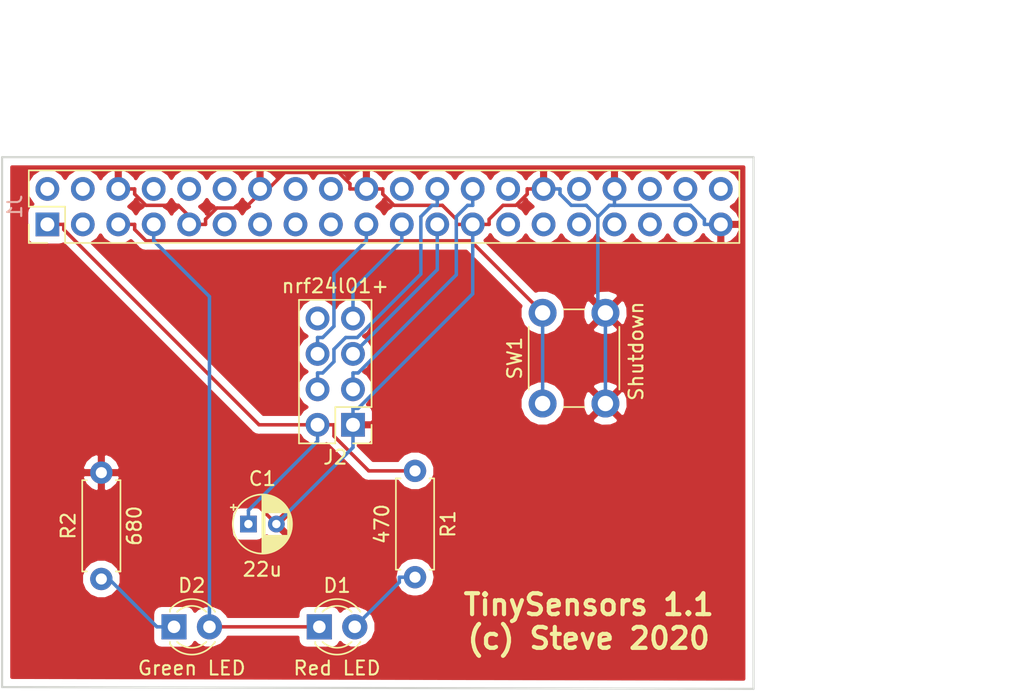
<source format=kicad_pcb>
(kicad_pcb (version 20171130) (host pcbnew 5.0.2+dfsg1-1~bpo9+1)

  (general
    (thickness 1.6)
    (drawings 7)
    (tracks 112)
    (zones 0)
    (modules 8)
    (nets 37)
  )

  (page A4)
  (layers
    (0 F.Cu signal)
    (31 B.Cu signal)
    (32 B.Adhes user)
    (33 F.Adhes user)
    (34 B.Paste user)
    (35 F.Paste user)
    (36 B.SilkS user)
    (37 F.SilkS user)
    (38 B.Mask user)
    (39 F.Mask user)
    (40 Dwgs.User user)
    (41 Cmts.User user)
    (42 Eco1.User user)
    (43 Eco2.User user)
    (44 Edge.Cuts user)
    (45 Margin user)
    (46 B.CrtYd user)
    (47 F.CrtYd user)
    (48 B.Fab user)
    (49 F.Fab user)
  )

  (setup
    (last_trace_width 0.25)
    (trace_clearance 0.2)
    (zone_clearance 0.508)
    (zone_45_only no)
    (trace_min 0.2)
    (segment_width 0.2)
    (edge_width 0.15)
    (via_size 0.8)
    (via_drill 0.4)
    (via_min_size 0.4)
    (via_min_drill 0.3)
    (uvia_size 0.3)
    (uvia_drill 0.1)
    (uvias_allowed no)
    (uvia_min_size 0.2)
    (uvia_min_drill 0.1)
    (pcb_text_width 0.3)
    (pcb_text_size 1.5 1.5)
    (mod_edge_width 0.15)
    (mod_text_size 1 1)
    (mod_text_width 0.15)
    (pad_size 1.524 1.524)
    (pad_drill 0.762)
    (pad_to_mask_clearance 0.051)
    (solder_mask_min_width 0.25)
    (aux_axis_origin 0 0)
    (visible_elements FFFFFF7F)
    (pcbplotparams
      (layerselection 0x010f0_ffffffff)
      (usegerberextensions true)
      (usegerberattributes false)
      (usegerberadvancedattributes false)
      (creategerberjobfile false)
      (excludeedgelayer true)
      (linewidth 0.100000)
      (plotframeref false)
      (viasonmask false)
      (mode 1)
      (useauxorigin false)
      (hpglpennumber 1)
      (hpglpenspeed 20)
      (hpglpendiameter 15.000000)
      (psnegative false)
      (psa4output false)
      (plotreference true)
      (plotvalue true)
      (plotinvisibletext false)
      (padsonsilk false)
      (subtractmaskfromsilk false)
      (outputformat 1)
      (mirror false)
      (drillshape 0)
      (scaleselection 1)
      (outputdirectory "gerbers"))
  )

  (net 0 "")
  (net 1 +3V3)
  (net 2 GND)
  (net 3 "Net-(D2-Pad1)")
  (net 4 /GPIO4)
  (net 5 "Net-(J1-Pad2)")
  (net 6 "Net-(J1-Pad3)")
  (net 7 "Net-(J1-Pad4)")
  (net 8 /GPIO3)
  (net 9 "Net-(J1-Pad8)")
  (net 10 "Net-(J1-Pad10)")
  (net 11 "Net-(J1-Pad11)")
  (net 12 "Net-(J1-Pad12)")
  (net 13 "Net-(J1-Pad13)")
  (net 14 "Net-(J1-Pad15)")
  (net 15 "Net-(J1-Pad16)")
  (net 16 "Net-(J1-Pad17)")
  (net 17 "Net-(J1-Pad18)")
  (net 18 /MOSI)
  (net 19 /MISO)
  (net 20 "Net-(J1-Pad22)")
  (net 21 /SCLK)
  (net 22 /SPI_0)
  (net 23 /SPI_1)
  (net 24 "Net-(J1-Pad27)")
  (net 25 "Net-(J1-Pad28)")
  (net 26 "Net-(J1-Pad29)")
  (net 27 "Net-(J1-Pad31)")
  (net 28 "Net-(J1-Pad32)")
  (net 29 "Net-(J1-Pad33)")
  (net 30 "Net-(J1-Pad35)")
  (net 31 "Net-(J1-Pad36)")
  (net 32 "Net-(J1-Pad37)")
  (net 33 "Net-(J1-Pad38)")
  (net 34 "Net-(J1-Pad40)")
  (net 35 "Net-(J2-Pad8)")
  (net 36 "Net-(D1-Pad2)")

  (net_class Default "This is the default net class."
    (clearance 0.2)
    (trace_width 0.25)
    (via_dia 0.8)
    (via_drill 0.4)
    (uvia_dia 0.3)
    (uvia_drill 0.1)
    (add_net +3V3)
    (add_net /GPIO3)
    (add_net /GPIO4)
    (add_net /MISO)
    (add_net /MOSI)
    (add_net /SCLK)
    (add_net /SPI_0)
    (add_net /SPI_1)
    (add_net GND)
    (add_net "Net-(D1-Pad2)")
    (add_net "Net-(D2-Pad1)")
    (add_net "Net-(J1-Pad10)")
    (add_net "Net-(J1-Pad11)")
    (add_net "Net-(J1-Pad12)")
    (add_net "Net-(J1-Pad13)")
    (add_net "Net-(J1-Pad15)")
    (add_net "Net-(J1-Pad16)")
    (add_net "Net-(J1-Pad17)")
    (add_net "Net-(J1-Pad18)")
    (add_net "Net-(J1-Pad2)")
    (add_net "Net-(J1-Pad22)")
    (add_net "Net-(J1-Pad27)")
    (add_net "Net-(J1-Pad28)")
    (add_net "Net-(J1-Pad29)")
    (add_net "Net-(J1-Pad3)")
    (add_net "Net-(J1-Pad31)")
    (add_net "Net-(J1-Pad32)")
    (add_net "Net-(J1-Pad33)")
    (add_net "Net-(J1-Pad35)")
    (add_net "Net-(J1-Pad36)")
    (add_net "Net-(J1-Pad37)")
    (add_net "Net-(J1-Pad38)")
    (add_net "Net-(J1-Pad4)")
    (add_net "Net-(J1-Pad40)")
    (add_net "Net-(J1-Pad8)")
    (add_net "Net-(J2-Pad8)")
  )

  (module Button_Switch_THT:SW_PUSH_6mm_H7.3mm (layer F.Cu) (tedit 5F3A75AE) (tstamp 5EE1E924)
    (at 111.506 95.504 90)
    (descr "tactile push button, 6x6mm e.g. PHAP33xx series, height=7.3mm")
    (tags "tact sw push 6mm")
    (path /5EDF4D88)
    (fp_text reference SW1 (at 3.25 -2 90) (layer F.SilkS)
      (effects (font (size 1 1) (thickness 0.15)))
    )
    (fp_text value Shutdown (at 3.75 6.7 90) (layer F.SilkS)
      (effects (font (size 1 1) (thickness 0.15)))
    )
    (fp_text user %R (at 3.25 2.25 90) (layer F.Fab)
      (effects (font (size 1 1) (thickness 0.15)))
    )
    (fp_line (start 3.25 -0.75) (end 6.25 -0.75) (layer F.Fab) (width 0.1))
    (fp_line (start 6.25 -0.75) (end 6.25 5.25) (layer F.Fab) (width 0.1))
    (fp_line (start 6.25 5.25) (end 0.25 5.25) (layer F.Fab) (width 0.1))
    (fp_line (start 0.25 5.25) (end 0.25 -0.75) (layer F.Fab) (width 0.1))
    (fp_line (start 0.25 -0.75) (end 3.25 -0.75) (layer F.Fab) (width 0.1))
    (fp_line (start 7.75 6) (end 8 6) (layer F.CrtYd) (width 0.05))
    (fp_line (start 8 6) (end 8 5.75) (layer F.CrtYd) (width 0.05))
    (fp_line (start 7.75 -1.5) (end 8 -1.5) (layer F.CrtYd) (width 0.05))
    (fp_line (start 8 -1.5) (end 8 -1.25) (layer F.CrtYd) (width 0.05))
    (fp_line (start -1.5 -1.25) (end -1.5 -1.5) (layer F.CrtYd) (width 0.05))
    (fp_line (start -1.5 -1.5) (end -1.25 -1.5) (layer F.CrtYd) (width 0.05))
    (fp_line (start -1.5 5.75) (end -1.5 6) (layer F.CrtYd) (width 0.05))
    (fp_line (start -1.5 6) (end -1.25 6) (layer F.CrtYd) (width 0.05))
    (fp_line (start -1.25 -1.5) (end 7.75 -1.5) (layer F.CrtYd) (width 0.05))
    (fp_line (start -1.5 5.75) (end -1.5 -1.25) (layer F.CrtYd) (width 0.05))
    (fp_line (start 7.75 6) (end -1.25 6) (layer F.CrtYd) (width 0.05))
    (fp_line (start 8 -1.25) (end 8 5.75) (layer F.CrtYd) (width 0.05))
    (fp_line (start 1 5.5) (end 5.5 5.5) (layer F.SilkS) (width 0.12))
    (fp_line (start -0.25 1.5) (end -0.25 3) (layer F.SilkS) (width 0.12))
    (fp_line (start 5.5 -1) (end 1 -1) (layer F.SilkS) (width 0.12))
    (fp_line (start 6.75 3) (end 6.75 1.5) (layer F.SilkS) (width 0.12))
    (fp_circle (center 3.25 2.25) (end 1.25 2.5) (layer F.Fab) (width 0.1))
    (pad 2 thru_hole circle (at 0 4.5 180) (size 2 2) (drill 1.1) (layers *.Cu *.Mask)
      (net 2 GND))
    (pad 1 thru_hole circle (at 0 0 180) (size 2 2) (drill 1.1) (layers *.Cu *.Mask)
      (net 8 /GPIO3))
    (pad 2 thru_hole circle (at 6.5 4.5 180) (size 2 2) (drill 1.1) (layers *.Cu *.Mask)
      (net 2 GND))
    (pad 1 thru_hole circle (at 6.5 0 180) (size 2 2) (drill 1.1) (layers *.Cu *.Mask)
      (net 8 /GPIO3))
    (model ${KISYS3DMOD}/Button_Switch_THT.3dshapes/SW_PUSH_6mm_H7.3mm.wrl
      (at (xyz 0 0 0))
      (scale (xyz 1 1 1))
      (rotate (xyz 0 0 0))
    )
  )

  (module Capacitor_THT:CP_Radial_D4.0mm_P2.00mm (layer F.Cu) (tedit 5F3A75DA) (tstamp 5EE1E905)
    (at 90.424 104.14)
    (descr "CP, Radial series, Radial, pin pitch=2.00mm, , diameter=4mm, Electrolytic Capacitor")
    (tags "CP Radial series Radial pin pitch 2.00mm  diameter 4mm Electrolytic Capacitor")
    (path /5EDF6967)
    (fp_text reference C1 (at 1 -3.25) (layer F.SilkS)
      (effects (font (size 1 1) (thickness 0.15)))
    )
    (fp_text value 22u (at 1 3.25) (layer F.SilkS)
      (effects (font (size 1 1) (thickness 0.15)))
    )
    (fp_circle (center 1 0) (end 3 0) (layer F.Fab) (width 0.1))
    (fp_circle (center 1 0) (end 3.12 0) (layer F.SilkS) (width 0.12))
    (fp_circle (center 1 0) (end 3.25 0) (layer F.CrtYd) (width 0.05))
    (fp_line (start -0.702554 -0.8675) (end -0.302554 -0.8675) (layer F.Fab) (width 0.1))
    (fp_line (start -0.502554 -1.0675) (end -0.502554 -0.6675) (layer F.Fab) (width 0.1))
    (fp_line (start 1 -2.08) (end 1 2.08) (layer F.SilkS) (width 0.12))
    (fp_line (start 1.04 -2.08) (end 1.04 2.08) (layer F.SilkS) (width 0.12))
    (fp_line (start 1.08 -2.079) (end 1.08 2.079) (layer F.SilkS) (width 0.12))
    (fp_line (start 1.12 -2.077) (end 1.12 2.077) (layer F.SilkS) (width 0.12))
    (fp_line (start 1.16 -2.074) (end 1.16 2.074) (layer F.SilkS) (width 0.12))
    (fp_line (start 1.2 -2.071) (end 1.2 -0.84) (layer F.SilkS) (width 0.12))
    (fp_line (start 1.2 0.84) (end 1.2 2.071) (layer F.SilkS) (width 0.12))
    (fp_line (start 1.24 -2.067) (end 1.24 -0.84) (layer F.SilkS) (width 0.12))
    (fp_line (start 1.24 0.84) (end 1.24 2.067) (layer F.SilkS) (width 0.12))
    (fp_line (start 1.28 -2.062) (end 1.28 -0.84) (layer F.SilkS) (width 0.12))
    (fp_line (start 1.28 0.84) (end 1.28 2.062) (layer F.SilkS) (width 0.12))
    (fp_line (start 1.32 -2.056) (end 1.32 -0.84) (layer F.SilkS) (width 0.12))
    (fp_line (start 1.32 0.84) (end 1.32 2.056) (layer F.SilkS) (width 0.12))
    (fp_line (start 1.36 -2.05) (end 1.36 -0.84) (layer F.SilkS) (width 0.12))
    (fp_line (start 1.36 0.84) (end 1.36 2.05) (layer F.SilkS) (width 0.12))
    (fp_line (start 1.4 -2.042) (end 1.4 -0.84) (layer F.SilkS) (width 0.12))
    (fp_line (start 1.4 0.84) (end 1.4 2.042) (layer F.SilkS) (width 0.12))
    (fp_line (start 1.44 -2.034) (end 1.44 -0.84) (layer F.SilkS) (width 0.12))
    (fp_line (start 1.44 0.84) (end 1.44 2.034) (layer F.SilkS) (width 0.12))
    (fp_line (start 1.48 -2.025) (end 1.48 -0.84) (layer F.SilkS) (width 0.12))
    (fp_line (start 1.48 0.84) (end 1.48 2.025) (layer F.SilkS) (width 0.12))
    (fp_line (start 1.52 -2.016) (end 1.52 -0.84) (layer F.SilkS) (width 0.12))
    (fp_line (start 1.52 0.84) (end 1.52 2.016) (layer F.SilkS) (width 0.12))
    (fp_line (start 1.56 -2.005) (end 1.56 -0.84) (layer F.SilkS) (width 0.12))
    (fp_line (start 1.56 0.84) (end 1.56 2.005) (layer F.SilkS) (width 0.12))
    (fp_line (start 1.6 -1.994) (end 1.6 -0.84) (layer F.SilkS) (width 0.12))
    (fp_line (start 1.6 0.84) (end 1.6 1.994) (layer F.SilkS) (width 0.12))
    (fp_line (start 1.64 -1.982) (end 1.64 -0.84) (layer F.SilkS) (width 0.12))
    (fp_line (start 1.64 0.84) (end 1.64 1.982) (layer F.SilkS) (width 0.12))
    (fp_line (start 1.68 -1.968) (end 1.68 -0.84) (layer F.SilkS) (width 0.12))
    (fp_line (start 1.68 0.84) (end 1.68 1.968) (layer F.SilkS) (width 0.12))
    (fp_line (start 1.721 -1.954) (end 1.721 -0.84) (layer F.SilkS) (width 0.12))
    (fp_line (start 1.721 0.84) (end 1.721 1.954) (layer F.SilkS) (width 0.12))
    (fp_line (start 1.761 -1.94) (end 1.761 -0.84) (layer F.SilkS) (width 0.12))
    (fp_line (start 1.761 0.84) (end 1.761 1.94) (layer F.SilkS) (width 0.12))
    (fp_line (start 1.801 -1.924) (end 1.801 -0.84) (layer F.SilkS) (width 0.12))
    (fp_line (start 1.801 0.84) (end 1.801 1.924) (layer F.SilkS) (width 0.12))
    (fp_line (start 1.841 -1.907) (end 1.841 -0.84) (layer F.SilkS) (width 0.12))
    (fp_line (start 1.841 0.84) (end 1.841 1.907) (layer F.SilkS) (width 0.12))
    (fp_line (start 1.881 -1.889) (end 1.881 -0.84) (layer F.SilkS) (width 0.12))
    (fp_line (start 1.881 0.84) (end 1.881 1.889) (layer F.SilkS) (width 0.12))
    (fp_line (start 1.921 -1.87) (end 1.921 -0.84) (layer F.SilkS) (width 0.12))
    (fp_line (start 1.921 0.84) (end 1.921 1.87) (layer F.SilkS) (width 0.12))
    (fp_line (start 1.961 -1.851) (end 1.961 -0.84) (layer F.SilkS) (width 0.12))
    (fp_line (start 1.961 0.84) (end 1.961 1.851) (layer F.SilkS) (width 0.12))
    (fp_line (start 2.001 -1.83) (end 2.001 -0.84) (layer F.SilkS) (width 0.12))
    (fp_line (start 2.001 0.84) (end 2.001 1.83) (layer F.SilkS) (width 0.12))
    (fp_line (start 2.041 -1.808) (end 2.041 -0.84) (layer F.SilkS) (width 0.12))
    (fp_line (start 2.041 0.84) (end 2.041 1.808) (layer F.SilkS) (width 0.12))
    (fp_line (start 2.081 -1.785) (end 2.081 -0.84) (layer F.SilkS) (width 0.12))
    (fp_line (start 2.081 0.84) (end 2.081 1.785) (layer F.SilkS) (width 0.12))
    (fp_line (start 2.121 -1.76) (end 2.121 -0.84) (layer F.SilkS) (width 0.12))
    (fp_line (start 2.121 0.84) (end 2.121 1.76) (layer F.SilkS) (width 0.12))
    (fp_line (start 2.161 -1.735) (end 2.161 -0.84) (layer F.SilkS) (width 0.12))
    (fp_line (start 2.161 0.84) (end 2.161 1.735) (layer F.SilkS) (width 0.12))
    (fp_line (start 2.201 -1.708) (end 2.201 -0.84) (layer F.SilkS) (width 0.12))
    (fp_line (start 2.201 0.84) (end 2.201 1.708) (layer F.SilkS) (width 0.12))
    (fp_line (start 2.241 -1.68) (end 2.241 -0.84) (layer F.SilkS) (width 0.12))
    (fp_line (start 2.241 0.84) (end 2.241 1.68) (layer F.SilkS) (width 0.12))
    (fp_line (start 2.281 -1.65) (end 2.281 -0.84) (layer F.SilkS) (width 0.12))
    (fp_line (start 2.281 0.84) (end 2.281 1.65) (layer F.SilkS) (width 0.12))
    (fp_line (start 2.321 -1.619) (end 2.321 -0.84) (layer F.SilkS) (width 0.12))
    (fp_line (start 2.321 0.84) (end 2.321 1.619) (layer F.SilkS) (width 0.12))
    (fp_line (start 2.361 -1.587) (end 2.361 -0.84) (layer F.SilkS) (width 0.12))
    (fp_line (start 2.361 0.84) (end 2.361 1.587) (layer F.SilkS) (width 0.12))
    (fp_line (start 2.401 -1.552) (end 2.401 -0.84) (layer F.SilkS) (width 0.12))
    (fp_line (start 2.401 0.84) (end 2.401 1.552) (layer F.SilkS) (width 0.12))
    (fp_line (start 2.441 -1.516) (end 2.441 -0.84) (layer F.SilkS) (width 0.12))
    (fp_line (start 2.441 0.84) (end 2.441 1.516) (layer F.SilkS) (width 0.12))
    (fp_line (start 2.481 -1.478) (end 2.481 -0.84) (layer F.SilkS) (width 0.12))
    (fp_line (start 2.481 0.84) (end 2.481 1.478) (layer F.SilkS) (width 0.12))
    (fp_line (start 2.521 -1.438) (end 2.521 -0.84) (layer F.SilkS) (width 0.12))
    (fp_line (start 2.521 0.84) (end 2.521 1.438) (layer F.SilkS) (width 0.12))
    (fp_line (start 2.561 -1.396) (end 2.561 -0.84) (layer F.SilkS) (width 0.12))
    (fp_line (start 2.561 0.84) (end 2.561 1.396) (layer F.SilkS) (width 0.12))
    (fp_line (start 2.601 -1.351) (end 2.601 -0.84) (layer F.SilkS) (width 0.12))
    (fp_line (start 2.601 0.84) (end 2.601 1.351) (layer F.SilkS) (width 0.12))
    (fp_line (start 2.641 -1.304) (end 2.641 -0.84) (layer F.SilkS) (width 0.12))
    (fp_line (start 2.641 0.84) (end 2.641 1.304) (layer F.SilkS) (width 0.12))
    (fp_line (start 2.681 -1.254) (end 2.681 -0.84) (layer F.SilkS) (width 0.12))
    (fp_line (start 2.681 0.84) (end 2.681 1.254) (layer F.SilkS) (width 0.12))
    (fp_line (start 2.721 -1.2) (end 2.721 -0.84) (layer F.SilkS) (width 0.12))
    (fp_line (start 2.721 0.84) (end 2.721 1.2) (layer F.SilkS) (width 0.12))
    (fp_line (start 2.761 -1.142) (end 2.761 -0.84) (layer F.SilkS) (width 0.12))
    (fp_line (start 2.761 0.84) (end 2.761 1.142) (layer F.SilkS) (width 0.12))
    (fp_line (start 2.801 -1.08) (end 2.801 -0.84) (layer F.SilkS) (width 0.12))
    (fp_line (start 2.801 0.84) (end 2.801 1.08) (layer F.SilkS) (width 0.12))
    (fp_line (start 2.841 -1.013) (end 2.841 1.013) (layer F.SilkS) (width 0.12))
    (fp_line (start 2.881 -0.94) (end 2.881 0.94) (layer F.SilkS) (width 0.12))
    (fp_line (start 2.921 -0.859) (end 2.921 0.859) (layer F.SilkS) (width 0.12))
    (fp_line (start 2.961 -0.768) (end 2.961 0.768) (layer F.SilkS) (width 0.12))
    (fp_line (start 3.001 -0.664) (end 3.001 0.664) (layer F.SilkS) (width 0.12))
    (fp_line (start 3.041 -0.537) (end 3.041 0.537) (layer F.SilkS) (width 0.12))
    (fp_line (start 3.081 -0.37) (end 3.081 0.37) (layer F.SilkS) (width 0.12))
    (fp_line (start -1.269801 -1.195) (end -0.869801 -1.195) (layer F.SilkS) (width 0.12))
    (fp_line (start -1.069801 -1.395) (end -1.069801 -0.995) (layer F.SilkS) (width 0.12))
    (fp_text user %R (at 1 0) (layer F.Fab)
      (effects (font (size 0.8 0.8) (thickness 0.12)))
    )
    (pad 1 thru_hole rect (at 0 0) (size 1.2 1.2) (drill 0.6) (layers *.Cu *.Mask)
      (net 1 +3V3))
    (pad 2 thru_hole circle (at 2 0) (size 1.2 1.2) (drill 0.6) (layers *.Cu *.Mask)
      (net 2 GND))
    (model ${KISYS3DMOD}/Capacitor_THT.3dshapes/CP_Radial_D4.0mm_P2.00mm.wrl
      (at (xyz 0 0 0))
      (scale (xyz 1 1 1))
      (rotate (xyz 0 0 0))
    )
  )

  (module Connector_PinHeader_2.54mm:PinHeader_2x04_P2.54mm_Vertical (layer F.Cu) (tedit 5F3A75E3) (tstamp 5EE1EDEB)
    (at 97.917 97.028 180)
    (descr "Through hole straight pin header, 2x04, 2.54mm pitch, double rows")
    (tags "Through hole pin header THT 2x04 2.54mm double row")
    (path /5EDF641E)
    (fp_text reference J2 (at 1.27 -2.33 180) (layer F.SilkS)
      (effects (font (size 1 1) (thickness 0.15)))
    )
    (fp_text value nrf24l01+ (at 1.27 9.95 180) (layer F.SilkS)
      (effects (font (size 1 1) (thickness 0.15)))
    )
    (fp_line (start 0 -1.27) (end 3.81 -1.27) (layer F.Fab) (width 0.1))
    (fp_line (start 3.81 -1.27) (end 3.81 8.89) (layer F.Fab) (width 0.1))
    (fp_line (start 3.81 8.89) (end -1.27 8.89) (layer F.Fab) (width 0.1))
    (fp_line (start -1.27 8.89) (end -1.27 0) (layer F.Fab) (width 0.1))
    (fp_line (start -1.27 0) (end 0 -1.27) (layer F.Fab) (width 0.1))
    (fp_line (start -1.33 8.95) (end 3.87 8.95) (layer F.SilkS) (width 0.12))
    (fp_line (start -1.33 1.27) (end -1.33 8.95) (layer F.SilkS) (width 0.12))
    (fp_line (start 3.87 -1.33) (end 3.87 8.95) (layer F.SilkS) (width 0.12))
    (fp_line (start -1.33 1.27) (end 1.27 1.27) (layer F.SilkS) (width 0.12))
    (fp_line (start 1.27 1.27) (end 1.27 -1.33) (layer F.SilkS) (width 0.12))
    (fp_line (start 1.27 -1.33) (end 3.87 -1.33) (layer F.SilkS) (width 0.12))
    (fp_line (start -1.33 0) (end -1.33 -1.33) (layer F.SilkS) (width 0.12))
    (fp_line (start -1.33 -1.33) (end 0 -1.33) (layer F.SilkS) (width 0.12))
    (fp_line (start -1.8 -1.8) (end -1.8 9.4) (layer F.CrtYd) (width 0.05))
    (fp_line (start -1.8 9.4) (end 4.35 9.4) (layer F.CrtYd) (width 0.05))
    (fp_line (start 4.35 9.4) (end 4.35 -1.8) (layer F.CrtYd) (width 0.05))
    (fp_line (start 4.35 -1.8) (end -1.8 -1.8) (layer F.CrtYd) (width 0.05))
    (fp_text user %R (at 1.27 3.81 270) (layer F.Fab)
      (effects (font (size 1 1) (thickness 0.15)))
    )
    (pad 1 thru_hole rect (at 0 0 180) (size 1.7 1.7) (drill 1) (layers *.Cu *.Mask)
      (net 2 GND))
    (pad 2 thru_hole oval (at 2.54 0 180) (size 1.7 1.7) (drill 1) (layers *.Cu *.Mask)
      (net 1 +3V3))
    (pad 3 thru_hole oval (at 0 2.54 180) (size 1.7 1.7) (drill 1) (layers *.Cu *.Mask)
      (net 23 /SPI_1))
    (pad 4 thru_hole oval (at 2.54 2.54 180) (size 1.7 1.7) (drill 1) (layers *.Cu *.Mask)
      (net 22 /SPI_0))
    (pad 5 thru_hole oval (at 0 5.08 180) (size 1.7 1.7) (drill 1) (layers *.Cu *.Mask)
      (net 21 /SCLK))
    (pad 6 thru_hole oval (at 2.54 5.08 180) (size 1.7 1.7) (drill 1) (layers *.Cu *.Mask)
      (net 18 /MOSI))
    (pad 7 thru_hole oval (at 0 7.62 180) (size 1.7 1.7) (drill 1) (layers *.Cu *.Mask)
      (net 19 /MISO))
    (pad 8 thru_hole oval (at 2.54 7.62 180) (size 1.7 1.7) (drill 1) (layers *.Cu *.Mask)
      (net 35 "Net-(J2-Pad8)"))
    (model ${KISYS3DMOD}/Connector_PinHeader_2.54mm.3dshapes/PinHeader_2x04_P2.54mm_Vertical.wrl
      (at (xyz 0 0 0))
      (scale (xyz 1 1 1))
      (rotate (xyz 0 0 0))
    )
  )

  (module Connector_PinHeader_2.54mm:PinHeader_2x20_P2.54mm_Vertical (layer F.Cu) (tedit 5F3A75F3) (tstamp 5EE1E87B)
    (at 76.0156 82.6669 90)
    (descr "Through hole straight pin header, 2x20, 2.54mm pitch, double rows")
    (tags "Through hole pin header THT 2x20 2.54mm double row")
    (path /5EDF42FA)
    (fp_text reference J1 (at 1.27 -2.33 90) (layer B.SilkS)
      (effects (font (size 1 1) (thickness 0.15)) (justify mirror))
    )
    (fp_text value Raspberry_Pi_2_3 (at 1.27 50.59 90) (layer F.Fab) hide
      (effects (font (size 1 1) (thickness 0.15)))
    )
    (fp_line (start 0 -1.27) (end 3.81 -1.27) (layer F.Fab) (width 0.1))
    (fp_line (start 3.81 -1.27) (end 3.81 49.53) (layer F.Fab) (width 0.1))
    (fp_line (start 3.81 49.53) (end -1.27 49.53) (layer F.Fab) (width 0.1))
    (fp_line (start -1.27 49.53) (end -1.27 0) (layer F.Fab) (width 0.1))
    (fp_line (start -1.27 0) (end 0 -1.27) (layer F.Fab) (width 0.1))
    (fp_line (start -1.33 49.59) (end 3.87 49.59) (layer F.SilkS) (width 0.12))
    (fp_line (start -1.33 1.27) (end -1.33 49.59) (layer F.SilkS) (width 0.12))
    (fp_line (start 3.87 -1.33) (end 3.87 49.59) (layer F.SilkS) (width 0.12))
    (fp_line (start -1.33 1.27) (end 1.27 1.27) (layer F.SilkS) (width 0.12))
    (fp_line (start 1.27 1.27) (end 1.27 -1.33) (layer F.SilkS) (width 0.12))
    (fp_line (start 1.27 -1.33) (end 3.87 -1.33) (layer F.SilkS) (width 0.12))
    (fp_line (start -1.33 0) (end -1.33 -1.33) (layer F.SilkS) (width 0.12))
    (fp_line (start -1.33 -1.33) (end 0 -1.33) (layer F.SilkS) (width 0.12))
    (fp_line (start -1.8 -1.8) (end -1.8 50.05) (layer F.CrtYd) (width 0.05))
    (fp_line (start -1.8 50.05) (end 4.35 50.05) (layer F.CrtYd) (width 0.05))
    (fp_line (start 4.35 50.05) (end 4.35 -1.8) (layer F.CrtYd) (width 0.05))
    (fp_line (start 4.35 -1.8) (end -1.8 -1.8) (layer F.CrtYd) (width 0.05))
    (fp_text user %R (at 1.27 24.13 180) (layer F.Fab)
      (effects (font (size 1 1) (thickness 0.15)))
    )
    (pad 1 thru_hole rect (at 0 0 90) (size 1.7 1.7) (drill 1) (layers *.Cu *.Mask)
      (net 1 +3V3))
    (pad 2 thru_hole oval (at 2.54 0 90) (size 1.7 1.7) (drill 1) (layers *.Cu *.Mask)
      (net 5 "Net-(J1-Pad2)"))
    (pad 3 thru_hole oval (at 0 2.54 90) (size 1.7 1.7) (drill 1) (layers *.Cu *.Mask)
      (net 6 "Net-(J1-Pad3)"))
    (pad 4 thru_hole oval (at 2.54 2.54 90) (size 1.7 1.7) (drill 1) (layers *.Cu *.Mask)
      (net 7 "Net-(J1-Pad4)"))
    (pad 5 thru_hole oval (at 0 5.08 90) (size 1.7 1.7) (drill 1) (layers *.Cu *.Mask)
      (net 8 /GPIO3))
    (pad 6 thru_hole oval (at 2.54 5.08 90) (size 1.7 1.7) (drill 1) (layers *.Cu *.Mask)
      (net 2 GND))
    (pad 7 thru_hole oval (at 0 7.62 90) (size 1.7 1.7) (drill 1) (layers *.Cu *.Mask)
      (net 4 /GPIO4))
    (pad 8 thru_hole oval (at 2.54 7.62 90) (size 1.7 1.7) (drill 1) (layers *.Cu *.Mask)
      (net 9 "Net-(J1-Pad8)"))
    (pad 9 thru_hole oval (at 0 10.16 90) (size 1.7 1.7) (drill 1) (layers *.Cu *.Mask)
      (net 2 GND))
    (pad 10 thru_hole oval (at 2.54 10.16 90) (size 1.7 1.7) (drill 1) (layers *.Cu *.Mask)
      (net 10 "Net-(J1-Pad10)"))
    (pad 11 thru_hole oval (at 0 12.7 90) (size 1.7 1.7) (drill 1) (layers *.Cu *.Mask)
      (net 11 "Net-(J1-Pad11)"))
    (pad 12 thru_hole oval (at 2.54 12.7 90) (size 1.7 1.7) (drill 1) (layers *.Cu *.Mask)
      (net 12 "Net-(J1-Pad12)"))
    (pad 13 thru_hole oval (at 0 15.24 90) (size 1.7 1.7) (drill 1) (layers *.Cu *.Mask)
      (net 13 "Net-(J1-Pad13)"))
    (pad 14 thru_hole oval (at 2.54 15.24 90) (size 1.7 1.7) (drill 1) (layers *.Cu *.Mask)
      (net 2 GND))
    (pad 15 thru_hole oval (at 0 17.78 90) (size 1.7 1.7) (drill 1) (layers *.Cu *.Mask)
      (net 14 "Net-(J1-Pad15)"))
    (pad 16 thru_hole oval (at 2.54 17.78 90) (size 1.7 1.7) (drill 1) (layers *.Cu *.Mask)
      (net 15 "Net-(J1-Pad16)"))
    (pad 17 thru_hole oval (at 0 20.32 90) (size 1.7 1.7) (drill 1) (layers *.Cu *.Mask)
      (net 16 "Net-(J1-Pad17)"))
    (pad 18 thru_hole oval (at 2.54 20.32 90) (size 1.7 1.7) (drill 1) (layers *.Cu *.Mask)
      (net 17 "Net-(J1-Pad18)"))
    (pad 19 thru_hole oval (at 0 22.86 90) (size 1.7 1.7) (drill 1) (layers *.Cu *.Mask)
      (net 18 /MOSI))
    (pad 20 thru_hole oval (at 2.54 22.86 90) (size 1.7 1.7) (drill 1) (layers *.Cu *.Mask)
      (net 2 GND))
    (pad 21 thru_hole oval (at 0 25.4 90) (size 1.7 1.7) (drill 1) (layers *.Cu *.Mask)
      (net 19 /MISO))
    (pad 22 thru_hole oval (at 2.54 25.4 90) (size 1.7 1.7) (drill 1) (layers *.Cu *.Mask)
      (net 20 "Net-(J1-Pad22)"))
    (pad 23 thru_hole oval (at 0 27.94 90) (size 1.7 1.7) (drill 1) (layers *.Cu *.Mask)
      (net 21 /SCLK))
    (pad 24 thru_hole oval (at 2.54 27.94 90) (size 1.7 1.7) (drill 1) (layers *.Cu *.Mask)
      (net 22 /SPI_0))
    (pad 25 thru_hole oval (at 0 30.48 90) (size 1.7 1.7) (drill 1) (layers *.Cu *.Mask)
      (net 2 GND))
    (pad 26 thru_hole oval (at 2.54 30.48 90) (size 1.7 1.7) (drill 1) (layers *.Cu *.Mask)
      (net 23 /SPI_1))
    (pad 27 thru_hole oval (at 0 33.02 90) (size 1.7 1.7) (drill 1) (layers *.Cu *.Mask)
      (net 24 "Net-(J1-Pad27)"))
    (pad 28 thru_hole oval (at 2.54 33.02 90) (size 1.7 1.7) (drill 1) (layers *.Cu *.Mask)
      (net 25 "Net-(J1-Pad28)"))
    (pad 29 thru_hole oval (at 0 35.56 90) (size 1.7 1.7) (drill 1) (layers *.Cu *.Mask)
      (net 26 "Net-(J1-Pad29)"))
    (pad 30 thru_hole oval (at 2.54 35.56 90) (size 1.7 1.7) (drill 1) (layers *.Cu *.Mask)
      (net 2 GND))
    (pad 31 thru_hole oval (at 0 38.1 90) (size 1.7 1.7) (drill 1) (layers *.Cu *.Mask)
      (net 27 "Net-(J1-Pad31)"))
    (pad 32 thru_hole oval (at 2.54 38.1 90) (size 1.7 1.7) (drill 1) (layers *.Cu *.Mask)
      (net 28 "Net-(J1-Pad32)"))
    (pad 33 thru_hole oval (at 0 40.64 90) (size 1.7 1.7) (drill 1) (layers *.Cu *.Mask)
      (net 29 "Net-(J1-Pad33)"))
    (pad 34 thru_hole oval (at 2.54 40.64 90) (size 1.7 1.7) (drill 1) (layers *.Cu *.Mask)
      (net 2 GND))
    (pad 35 thru_hole oval (at 0 43.18 90) (size 1.7 1.7) (drill 1) (layers *.Cu *.Mask)
      (net 30 "Net-(J1-Pad35)"))
    (pad 36 thru_hole oval (at 2.54 43.18 90) (size 1.7 1.7) (drill 1) (layers *.Cu *.Mask)
      (net 31 "Net-(J1-Pad36)"))
    (pad 37 thru_hole oval (at 0 45.72 90) (size 1.7 1.7) (drill 1) (layers *.Cu *.Mask)
      (net 32 "Net-(J1-Pad37)"))
    (pad 38 thru_hole oval (at 2.54 45.72 90) (size 1.7 1.7) (drill 1) (layers *.Cu *.Mask)
      (net 33 "Net-(J1-Pad38)"))
    (pad 39 thru_hole oval (at 0 48.26 90) (size 1.7 1.7) (drill 1) (layers *.Cu *.Mask)
      (net 2 GND))
    (pad 40 thru_hole oval (at 2.54 48.26 90) (size 1.7 1.7) (drill 1) (layers *.Cu *.Mask)
      (net 34 "Net-(J1-Pad40)"))
    (model ${KISYS3DMOD}/Connector_PinHeader_2.54mm.3dshapes/PinHeader_2x20_P2.54mm_Vertical.wrl
      (at (xyz 0 0 0))
      (scale (xyz 1 1 1))
      (rotate (xyz 0 0 0))
    )
  )

  (module LED_THT:LED_D3.0mm (layer F.Cu) (tedit 5F3A75C9) (tstamp 5EE1F689)
    (at 85.09 111.506)
    (descr "LED, diameter 3.0mm, 2 pins")
    (tags "LED diameter 3.0mm 2 pins")
    (path /5EDF458E)
    (fp_text reference D2 (at 1.27 -2.96) (layer F.SilkS)
      (effects (font (size 1 1) (thickness 0.15)))
    )
    (fp_text value "Green LED" (at 1.27 2.96) (layer F.SilkS)
      (effects (font (size 1 1) (thickness 0.15)))
    )
    (fp_line (start 3.7 -2.25) (end -1.15 -2.25) (layer F.CrtYd) (width 0.05))
    (fp_line (start 3.7 2.25) (end 3.7 -2.25) (layer F.CrtYd) (width 0.05))
    (fp_line (start -1.15 2.25) (end 3.7 2.25) (layer F.CrtYd) (width 0.05))
    (fp_line (start -1.15 -2.25) (end -1.15 2.25) (layer F.CrtYd) (width 0.05))
    (fp_line (start -0.29 1.08) (end -0.29 1.236) (layer F.SilkS) (width 0.12))
    (fp_line (start -0.29 -1.236) (end -0.29 -1.08) (layer F.SilkS) (width 0.12))
    (fp_line (start -0.23 -1.16619) (end -0.23 1.16619) (layer F.Fab) (width 0.1))
    (fp_circle (center 1.27 0) (end 2.77 0) (layer F.Fab) (width 0.1))
    (fp_arc (start 1.27 0) (end 0.229039 1.08) (angle -87.9) (layer F.SilkS) (width 0.12))
    (fp_arc (start 1.27 0) (end 0.229039 -1.08) (angle 87.9) (layer F.SilkS) (width 0.12))
    (fp_arc (start 1.27 0) (end -0.29 1.235516) (angle -108.8) (layer F.SilkS) (width 0.12))
    (fp_arc (start 1.27 0) (end -0.29 -1.235516) (angle 108.8) (layer F.SilkS) (width 0.12))
    (fp_arc (start 1.27 0) (end -0.23 -1.16619) (angle 284.3) (layer F.Fab) (width 0.1))
    (pad 2 thru_hole circle (at 2.54 0) (size 1.8 1.8) (drill 0.9) (layers *.Cu *.Mask)
      (net 4 /GPIO4))
    (pad 1 thru_hole rect (at 0 0) (size 1.8 1.8) (drill 0.9) (layers *.Cu *.Mask)
      (net 3 "Net-(D2-Pad1)"))
    (model ${KISYS3DMOD}/LED_THT.3dshapes/LED_D3.0mm.wrl
      (at (xyz 0 0 0))
      (scale (xyz 1 1 1))
      (rotate (xyz 0 0 0))
    )
  )

  (module LED_THT:LED_D3.0mm (layer F.Cu) (tedit 5F3A75D1) (tstamp 5EE1E82A)
    (at 95.504 111.506)
    (descr "LED, diameter 3.0mm, 2 pins")
    (tags "LED diameter 3.0mm 2 pins")
    (path /5EDF44F8)
    (fp_text reference D1 (at 1.27 -2.96) (layer F.SilkS)
      (effects (font (size 1 1) (thickness 0.15)))
    )
    (fp_text value "Red LED" (at 1.27 2.96) (layer F.SilkS)
      (effects (font (size 1 1) (thickness 0.15)))
    )
    (fp_arc (start 1.27 0) (end -0.23 -1.16619) (angle 284.3) (layer F.Fab) (width 0.1))
    (fp_arc (start 1.27 0) (end -0.29 -1.235516) (angle 108.8) (layer F.SilkS) (width 0.12))
    (fp_arc (start 1.27 0) (end -0.29 1.235516) (angle -108.8) (layer F.SilkS) (width 0.12))
    (fp_arc (start 1.27 0) (end 0.229039 -1.08) (angle 87.9) (layer F.SilkS) (width 0.12))
    (fp_arc (start 1.27 0) (end 0.229039 1.08) (angle -87.9) (layer F.SilkS) (width 0.12))
    (fp_circle (center 1.27 0) (end 2.77 0) (layer F.Fab) (width 0.1))
    (fp_line (start -0.23 -1.16619) (end -0.23 1.16619) (layer F.Fab) (width 0.1))
    (fp_line (start -0.29 -1.236) (end -0.29 -1.08) (layer F.SilkS) (width 0.12))
    (fp_line (start -0.29 1.08) (end -0.29 1.236) (layer F.SilkS) (width 0.12))
    (fp_line (start -1.15 -2.25) (end -1.15 2.25) (layer F.CrtYd) (width 0.05))
    (fp_line (start -1.15 2.25) (end 3.7 2.25) (layer F.CrtYd) (width 0.05))
    (fp_line (start 3.7 2.25) (end 3.7 -2.25) (layer F.CrtYd) (width 0.05))
    (fp_line (start 3.7 -2.25) (end -1.15 -2.25) (layer F.CrtYd) (width 0.05))
    (pad 1 thru_hole rect (at 0 0) (size 1.8 1.8) (drill 0.9) (layers *.Cu *.Mask)
      (net 4 /GPIO4))
    (pad 2 thru_hole circle (at 2.54 0) (size 1.8 1.8) (drill 0.9) (layers *.Cu *.Mask)
      (net 36 "Net-(D1-Pad2)"))
    (model ${KISYS3DMOD}/LED_THT.3dshapes/LED_D3.0mm.wrl
      (at (xyz 0 0 0))
      (scale (xyz 1 1 1))
      (rotate (xyz 0 0 0))
    )
  )

  (module Resistor_THT:R_Axial_DIN0207_L6.3mm_D2.5mm_P7.62mm_Horizontal (layer F.Cu) (tedit 5F3A75C2) (tstamp 5EE1E817)
    (at 79.883 108.077 90)
    (descr "Resistor, Axial_DIN0207 series, Axial, Horizontal, pin pitch=7.62mm, 0.25W = 1/4W, length*diameter=6.3*2.5mm^2, http://cdn-reichelt.de/documents/datenblatt/B400/1_4W%23YAG.pdf")
    (tags "Resistor Axial_DIN0207 series Axial Horizontal pin pitch 7.62mm 0.25W = 1/4W length 6.3mm diameter 2.5mm")
    (path /5EDF4544)
    (fp_text reference R2 (at 3.81 -2.37 90) (layer F.SilkS)
      (effects (font (size 1 1) (thickness 0.15)))
    )
    (fp_text value 680 (at 3.81 2.37 90) (layer F.SilkS)
      (effects (font (size 1 1) (thickness 0.15)))
    )
    (fp_text user %R (at 3.81 0 90) (layer F.Fab)
      (effects (font (size 1 1) (thickness 0.15)))
    )
    (fp_line (start 8.67 -1.5) (end -1.05 -1.5) (layer F.CrtYd) (width 0.05))
    (fp_line (start 8.67 1.5) (end 8.67 -1.5) (layer F.CrtYd) (width 0.05))
    (fp_line (start -1.05 1.5) (end 8.67 1.5) (layer F.CrtYd) (width 0.05))
    (fp_line (start -1.05 -1.5) (end -1.05 1.5) (layer F.CrtYd) (width 0.05))
    (fp_line (start 7.08 1.37) (end 7.08 1.04) (layer F.SilkS) (width 0.12))
    (fp_line (start 0.54 1.37) (end 7.08 1.37) (layer F.SilkS) (width 0.12))
    (fp_line (start 0.54 1.04) (end 0.54 1.37) (layer F.SilkS) (width 0.12))
    (fp_line (start 7.08 -1.37) (end 7.08 -1.04) (layer F.SilkS) (width 0.12))
    (fp_line (start 0.54 -1.37) (end 7.08 -1.37) (layer F.SilkS) (width 0.12))
    (fp_line (start 0.54 -1.04) (end 0.54 -1.37) (layer F.SilkS) (width 0.12))
    (fp_line (start 7.62 0) (end 6.96 0) (layer F.Fab) (width 0.1))
    (fp_line (start 0 0) (end 0.66 0) (layer F.Fab) (width 0.1))
    (fp_line (start 6.96 -1.25) (end 0.66 -1.25) (layer F.Fab) (width 0.1))
    (fp_line (start 6.96 1.25) (end 6.96 -1.25) (layer F.Fab) (width 0.1))
    (fp_line (start 0.66 1.25) (end 6.96 1.25) (layer F.Fab) (width 0.1))
    (fp_line (start 0.66 -1.25) (end 0.66 1.25) (layer F.Fab) (width 0.1))
    (pad 2 thru_hole oval (at 7.62 0 90) (size 1.6 1.6) (drill 0.8) (layers *.Cu *.Mask)
      (net 2 GND))
    (pad 1 thru_hole circle (at 0 0 90) (size 1.6 1.6) (drill 0.8) (layers *.Cu *.Mask)
      (net 3 "Net-(D2-Pad1)"))
    (model ${KISYS3DMOD}/Resistor_THT.3dshapes/R_Axial_DIN0207_L6.3mm_D2.5mm_P7.62mm_Horizontal.wrl
      (at (xyz 0 0 0))
      (scale (xyz 1 1 1))
      (rotate (xyz 0 0 0))
    )
  )

  (module Resistor_THT:R_Axial_DIN0207_L6.3mm_D2.5mm_P7.62mm_Horizontal (layer F.Cu) (tedit 5F3A75BA) (tstamp 5F3A772D)
    (at 102.362 100.33 270)
    (descr "Resistor, Axial_DIN0207 series, Axial, Horizontal, pin pitch=7.62mm, 0.25W = 1/4W, length*diameter=6.3*2.5mm^2, http://cdn-reichelt.de/documents/datenblatt/B400/1_4W%23YAG.pdf")
    (tags "Resistor Axial_DIN0207 series Axial Horizontal pin pitch 7.62mm 0.25W = 1/4W length 6.3mm diameter 2.5mm")
    (path /5EDF43C8)
    (fp_text reference R1 (at 3.81 -2.37 270) (layer F.SilkS)
      (effects (font (size 1 1) (thickness 0.15)))
    )
    (fp_text value 470 (at 3.81 2.37 270) (layer F.SilkS)
      (effects (font (size 1 1) (thickness 0.15)))
    )
    (fp_line (start 0.66 -1.25) (end 0.66 1.25) (layer F.Fab) (width 0.1))
    (fp_line (start 0.66 1.25) (end 6.96 1.25) (layer F.Fab) (width 0.1))
    (fp_line (start 6.96 1.25) (end 6.96 -1.25) (layer F.Fab) (width 0.1))
    (fp_line (start 6.96 -1.25) (end 0.66 -1.25) (layer F.Fab) (width 0.1))
    (fp_line (start 0 0) (end 0.66 0) (layer F.Fab) (width 0.1))
    (fp_line (start 7.62 0) (end 6.96 0) (layer F.Fab) (width 0.1))
    (fp_line (start 0.54 -1.04) (end 0.54 -1.37) (layer F.SilkS) (width 0.12))
    (fp_line (start 0.54 -1.37) (end 7.08 -1.37) (layer F.SilkS) (width 0.12))
    (fp_line (start 7.08 -1.37) (end 7.08 -1.04) (layer F.SilkS) (width 0.12))
    (fp_line (start 0.54 1.04) (end 0.54 1.37) (layer F.SilkS) (width 0.12))
    (fp_line (start 0.54 1.37) (end 7.08 1.37) (layer F.SilkS) (width 0.12))
    (fp_line (start 7.08 1.37) (end 7.08 1.04) (layer F.SilkS) (width 0.12))
    (fp_line (start -1.05 -1.5) (end -1.05 1.5) (layer F.CrtYd) (width 0.05))
    (fp_line (start -1.05 1.5) (end 8.67 1.5) (layer F.CrtYd) (width 0.05))
    (fp_line (start 8.67 1.5) (end 8.67 -1.5) (layer F.CrtYd) (width 0.05))
    (fp_line (start 8.67 -1.5) (end -1.05 -1.5) (layer F.CrtYd) (width 0.05))
    (fp_text user %R (at 3.81 0 270) (layer F.Fab)
      (effects (font (size 1 1) (thickness 0.15)))
    )
    (pad 1 thru_hole circle (at 0 0 270) (size 1.6 1.6) (drill 0.8) (layers *.Cu *.Mask)
      (net 1 +3V3))
    (pad 2 thru_hole oval (at 7.62 0 270) (size 1.6 1.6) (drill 0.8) (layers *.Cu *.Mask)
      (net 36 "Net-(D1-Pad2)"))
    (model ${KISYS3DMOD}/Resistor_THT.3dshapes/R_Axial_DIN0207_L6.3mm_D2.5mm_P7.62mm_Horizontal.wrl
      (at (xyz 0 0 0))
      (scale (xyz 1 1 1))
      (rotate (xyz 0 0 0))
    )
  )

  (dimension 53.722351 (width 0.3) (layer Dwgs.User)
    (gr_text "53.722 mm" (at 99.691401 67.690476 359.5936538) (layer Dwgs.User)
      (effects (font (size 1.5 1.5) (thickness 0.3)))
    )
    (feature1 (pts (xy 126.492 76.327) (xy 126.541167 69.394517)))
    (feature2 (pts (xy 72.771 75.946) (xy 72.820167 69.013517)))
    (crossbar (pts (xy 72.816008 69.599923) (xy 126.537008 69.980923)))
    (arrow1a (pts (xy 126.537008 69.980923) (xy 125.406374 70.55934)))
    (arrow1b (pts (xy 126.537008 69.980923) (xy 125.414691 69.386528)))
    (arrow2a (pts (xy 72.816008 69.599923) (xy 73.938325 70.194318)))
    (arrow2b (pts (xy 72.816008 69.599923) (xy 73.946642 69.021506)))
  )
  (gr_text "TinySensors 1.1\n(c) Steve 2020" (at 114.808 111.125) (layer F.SilkS)
    (effects (font (size 1.5 1.5) (thickness 0.3)))
  )
  (dimension 38.100212 (width 0.3) (layer Dwgs.User)
    (gr_text "38.100 mm" (at 140.466407 96.86987 270.1909852) (layer Dwgs.User)
      (effects (font (size 1.5 1.5) (thickness 0.3)))
    )
    (feature1 (pts (xy 131.191 115.951) (xy 139.016336 115.924916)))
    (feature2 (pts (xy 131.064 77.851) (xy 138.889336 77.824916)))
    (crossbar (pts (xy 138.302919 77.82687) (xy 138.429919 115.92687)))
    (arrow1a (pts (xy 138.429919 115.92687) (xy 137.839747 114.802327)))
    (arrow1b (pts (xy 138.429919 115.92687) (xy 139.012581 114.798418)))
    (arrow2a (pts (xy 138.302919 77.82687) (xy 137.720257 78.955322)))
    (arrow2b (pts (xy 138.302919 77.82687) (xy 138.893091 78.951413)))
  )
  (gr_line (start 72.771 115.824) (end 72.771 77.851) (layer Edge.Cuts) (width 0.15))
  (gr_line (start 126.619 115.951) (end 72.771 115.824) (layer Edge.Cuts) (width 0.15))
  (gr_line (start 126.619 77.851) (end 126.619 115.951) (layer Edge.Cuts) (width 0.15))
  (gr_line (start 72.771 77.851) (end 126.619 77.851) (layer Edge.Cuts) (width 0.15))

  (segment (start 95.377 97.028) (end 96.5523 97.028) (width 0.25) (layer F.Cu) (net 1))
  (segment (start 102.362 100.33) (end 99.0463 100.33) (width 0.25) (layer F.Cu) (net 1))
  (segment (start 99.0463 100.33) (end 96.5523 97.836) (width 0.25) (layer F.Cu) (net 1))
  (segment (start 96.5523 97.836) (end 96.5523 97.028) (width 0.25) (layer F.Cu) (net 1))
  (segment (start 76.0156 82.6669) (end 77.1909 82.6669) (width 0.25) (layer F.Cu) (net 1))
  (segment (start 95.377 97.028) (end 91.1847 97.028) (width 0.25) (layer F.Cu) (net 1))
  (segment (start 91.1847 97.028) (end 77.1909 83.0342) (width 0.25) (layer F.Cu) (net 1))
  (segment (start 77.1909 83.0342) (end 77.1909 82.6669) (width 0.25) (layer F.Cu) (net 1))
  (segment (start 95.377 97.028) (end 95.377 98.2033) (width 0.25) (layer B.Cu) (net 1))
  (segment (start 95.377 98.2033) (end 90.424 103.1563) (width 0.25) (layer B.Cu) (net 1))
  (segment (start 90.424 103.1563) (end 90.424 104.14) (width 0.25) (layer B.Cu) (net 1))
  (segment (start 98.8756 80.1269) (end 100.0509 80.1269) (width 0.25) (layer F.Cu) (net 2))
  (segment (start 106.4956 82.6669) (end 105.3203 82.6669) (width 0.25) (layer F.Cu) (net 2))
  (segment (start 105.3203 82.6669) (end 105.3203 82.2995) (width 0.25) (layer F.Cu) (net 2))
  (segment (start 105.3203 82.2995) (end 104.323 81.3022) (width 0.25) (layer F.Cu) (net 2))
  (segment (start 104.323 81.3022) (end 100.8588 81.3022) (width 0.25) (layer F.Cu) (net 2))
  (segment (start 100.8588 81.3022) (end 100.0509 80.4943) (width 0.25) (layer F.Cu) (net 2))
  (segment (start 100.0509 80.4943) (end 100.0509 80.1269) (width 0.25) (layer F.Cu) (net 2))
  (segment (start 107.0833 82.6669) (end 106.4956 82.6669) (width 0.25) (layer F.Cu) (net 2))
  (segment (start 107.0833 82.6669) (end 107.6709 82.6669) (width 0.25) (layer F.Cu) (net 2))
  (segment (start 111.5756 80.1269) (end 110.4003 80.1269) (width 0.25) (layer F.Cu) (net 2))
  (segment (start 107.6709 82.6669) (end 107.6709 82.2995) (width 0.25) (layer F.Cu) (net 2))
  (segment (start 107.6709 82.2995) (end 108.6682 81.3022) (width 0.25) (layer F.Cu) (net 2))
  (segment (start 108.6682 81.3022) (end 109.5924 81.3022) (width 0.25) (layer F.Cu) (net 2))
  (segment (start 109.5924 81.3022) (end 110.4003 80.4943) (width 0.25) (layer F.Cu) (net 2))
  (segment (start 110.4003 80.4943) (end 110.4003 80.1269) (width 0.25) (layer F.Cu) (net 2))
  (segment (start 81.0956 80.1269) (end 82.2709 80.1269) (width 0.25) (layer F.Cu) (net 2))
  (segment (start 86.7633 82.6669) (end 85.3986 81.3022) (width 0.25) (layer F.Cu) (net 2))
  (segment (start 85.3986 81.3022) (end 83.0788 81.3022) (width 0.25) (layer F.Cu) (net 2))
  (segment (start 83.0788 81.3022) (end 82.2709 80.4943) (width 0.25) (layer F.Cu) (net 2))
  (segment (start 82.2709 80.4943) (end 82.2709 80.1269) (width 0.25) (layer F.Cu) (net 2))
  (segment (start 86.7633 82.6669) (end 87.3509 82.6669) (width 0.25) (layer F.Cu) (net 2))
  (segment (start 86.1756 82.6669) (end 86.7633 82.6669) (width 0.25) (layer F.Cu) (net 2))
  (segment (start 91.5495 80.1269) (end 90.1848 81.4916) (width 0.25) (layer F.Cu) (net 2))
  (segment (start 90.1848 81.4916) (end 88.1588 81.4916) (width 0.25) (layer F.Cu) (net 2))
  (segment (start 88.1588 81.4916) (end 87.3509 82.2995) (width 0.25) (layer F.Cu) (net 2))
  (segment (start 87.3509 82.2995) (end 87.3509 82.6669) (width 0.25) (layer F.Cu) (net 2))
  (segment (start 91.5495 80.1269) (end 91.8433 80.1269) (width 0.25) (layer F.Cu) (net 2))
  (segment (start 91.2556 80.1269) (end 91.5495 80.1269) (width 0.25) (layer F.Cu) (net 2))
  (segment (start 98.8756 80.1269) (end 97.7003 80.1269) (width 0.25) (layer F.Cu) (net 2))
  (segment (start 97.7003 80.1269) (end 97.7003 79.7596) (width 0.25) (layer F.Cu) (net 2))
  (segment (start 97.7003 79.7596) (end 96.887 78.9463) (width 0.25) (layer F.Cu) (net 2))
  (segment (start 96.887 78.9463) (end 93.0239 78.9463) (width 0.25) (layer F.Cu) (net 2))
  (segment (start 93.0239 78.9463) (end 91.8433 80.1269) (width 0.25) (layer F.Cu) (net 2))
  (segment (start 92.424 104.14) (end 97.917 98.647) (width 0.25) (layer B.Cu) (net 2))
  (segment (start 97.917 98.647) (end 97.917 97.028) (width 0.25) (layer B.Cu) (net 2))
  (segment (start 124.2756 82.6669) (end 123.1003 82.6669) (width 0.25) (layer B.Cu) (net 2))
  (segment (start 116.6556 81.3022) (end 122.1029 81.3022) (width 0.25) (layer B.Cu) (net 2))
  (segment (start 122.1029 81.3022) (end 123.1003 82.2996) (width 0.25) (layer B.Cu) (net 2))
  (segment (start 123.1003 82.2996) (end 123.1003 82.6669) (width 0.25) (layer B.Cu) (net 2))
  (segment (start 115.4631 82.1274) (end 116.2883 81.3022) (width 0.25) (layer B.Cu) (net 2))
  (segment (start 116.2883 81.3022) (end 116.6556 81.3022) (width 0.25) (layer B.Cu) (net 2))
  (segment (start 97.917 97.028) (end 97.917 95.8527) (width 0.25) (layer B.Cu) (net 2))
  (segment (start 97.917 95.8527) (end 98.2843 95.8527) (width 0.25) (layer B.Cu) (net 2))
  (segment (start 98.2843 95.8527) (end 106.4956 87.6414) (width 0.25) (layer B.Cu) (net 2))
  (segment (start 106.4956 87.6414) (end 106.4956 82.6669) (width 0.25) (layer B.Cu) (net 2))
  (segment (start 115.4631 82.1274) (end 115.4631 88.4611) (width 0.25) (layer B.Cu) (net 2))
  (segment (start 115.4631 88.4611) (end 116.006 89.004) (width 0.25) (layer B.Cu) (net 2))
  (segment (start 115.4631 82.1274) (end 114.6379 81.3022) (width 0.25) (layer B.Cu) (net 2))
  (segment (start 114.6379 81.3022) (end 113.5588 81.3022) (width 0.25) (layer B.Cu) (net 2))
  (segment (start 113.5588 81.3022) (end 112.7509 80.4943) (width 0.25) (layer B.Cu) (net 2))
  (segment (start 112.7509 80.4943) (end 112.7509 80.1269) (width 0.25) (layer B.Cu) (net 2))
  (segment (start 111.5756 80.1269) (end 112.7509 80.1269) (width 0.25) (layer B.Cu) (net 2))
  (segment (start 116.006 89.004) (end 116.006 95.504) (width 0.25) (layer B.Cu) (net 2))
  (segment (start 116.6556 80.1269) (end 116.6556 81.3022) (width 0.25) (layer B.Cu) (net 2))
  (segment (start 79.883 100.457) (end 88.741 100.457) (width 0.25) (layer F.Cu) (net 2))
  (segment (start 88.741 100.457) (end 92.424 104.14) (width 0.25) (layer F.Cu) (net 2))
  (segment (start 85.09 111.506) (end 83.8647 111.506) (width 0.25) (layer B.Cu) (net 3))
  (segment (start 79.883 108.077) (end 80.4357 108.077) (width 0.25) (layer B.Cu) (net 3))
  (segment (start 80.4357 108.077) (end 83.8647 111.506) (width 0.25) (layer B.Cu) (net 3))
  (segment (start 83.6356 82.6669) (end 83.6356 83.8422) (width 0.25) (layer B.Cu) (net 4))
  (segment (start 87.63 111.506) (end 87.63 87.8366) (width 0.25) (layer B.Cu) (net 4))
  (segment (start 87.63 87.8366) (end 83.6356 83.8422) (width 0.25) (layer B.Cu) (net 4))
  (segment (start 95.504 111.506) (end 87.63 111.506) (width 0.25) (layer F.Cu) (net 4))
  (segment (start 111.506 89.004) (end 111.506 95.504) (width 0.25) (layer B.Cu) (net 8))
  (segment (start 81.0956 82.6669) (end 82.2709 82.6669) (width 0.25) (layer F.Cu) (net 8))
  (segment (start 82.2709 82.6669) (end 82.2709 83.0343) (width 0.25) (layer F.Cu) (net 8))
  (segment (start 82.2709 83.0343) (end 83.0788 83.8422) (width 0.25) (layer F.Cu) (net 8))
  (segment (start 83.0788 83.8422) (end 106.3442 83.8422) (width 0.25) (layer F.Cu) (net 8))
  (segment (start 106.3442 83.8422) (end 111.506 89.004) (width 0.25) (layer F.Cu) (net 8))
  (segment (start 95.377 91.948) (end 95.377 90.7727) (width 0.25) (layer B.Cu) (net 18))
  (segment (start 98.8756 82.6669) (end 98.8756 83.8422) (width 0.25) (layer B.Cu) (net 18))
  (segment (start 98.8756 83.8422) (end 96.5523 86.1655) (width 0.25) (layer B.Cu) (net 18))
  (segment (start 96.5523 86.1655) (end 96.5523 89.9648) (width 0.25) (layer B.Cu) (net 18))
  (segment (start 96.5523 89.9648) (end 95.7444 90.7727) (width 0.25) (layer B.Cu) (net 18))
  (segment (start 95.7444 90.7727) (end 95.377 90.7727) (width 0.25) (layer B.Cu) (net 18))
  (segment (start 97.917 89.408) (end 97.917 87.3408) (width 0.25) (layer B.Cu) (net 19))
  (segment (start 97.917 87.3408) (end 101.4156 83.8422) (width 0.25) (layer B.Cu) (net 19))
  (segment (start 101.4156 82.6669) (end 101.4156 83.8422) (width 0.25) (layer B.Cu) (net 19))
  (segment (start 103.9556 82.6669) (end 103.9556 85.9094) (width 0.25) (layer B.Cu) (net 21))
  (segment (start 103.9556 85.9094) (end 97.917 91.948) (width 0.25) (layer B.Cu) (net 21))
  (segment (start 103.9556 81.3022) (end 103.5882 81.3022) (width 0.25) (layer B.Cu) (net 22))
  (segment (start 103.5882 81.3022) (end 102.7803 82.1101) (width 0.25) (layer B.Cu) (net 22))
  (segment (start 102.7803 82.1101) (end 102.7803 86.2202) (width 0.25) (layer B.Cu) (net 22))
  (segment (start 102.7803 86.2202) (end 98.2279 90.7726) (width 0.25) (layer B.Cu) (net 22))
  (segment (start 98.2279 90.7726) (end 97.3914 90.7726) (width 0.25) (layer B.Cu) (net 22))
  (segment (start 97.3914 90.7726) (end 96.5523 91.6117) (width 0.25) (layer B.Cu) (net 22))
  (segment (start 96.5523 91.6117) (end 96.5523 92.5048) (width 0.25) (layer B.Cu) (net 22))
  (segment (start 96.5523 92.5048) (end 95.7444 93.3127) (width 0.25) (layer B.Cu) (net 22))
  (segment (start 95.7444 93.3127) (end 95.377 93.3127) (width 0.25) (layer B.Cu) (net 22))
  (segment (start 95.377 94.488) (end 95.377 93.3127) (width 0.25) (layer B.Cu) (net 22))
  (segment (start 103.9556 80.1269) (end 103.9556 81.3022) (width 0.25) (layer B.Cu) (net 22))
  (segment (start 97.917 94.488) (end 97.917 93.3127) (width 0.25) (layer B.Cu) (net 23))
  (segment (start 106.4956 80.1269) (end 106.4956 81.3022) (width 0.25) (layer B.Cu) (net 23))
  (segment (start 106.4956 81.3022) (end 106.1282 81.3022) (width 0.25) (layer B.Cu) (net 23))
  (segment (start 106.1282 81.3022) (end 105.3203 82.1101) (width 0.25) (layer B.Cu) (net 23))
  (segment (start 105.3203 82.1101) (end 105.3203 86.2767) (width 0.25) (layer B.Cu) (net 23))
  (segment (start 105.3203 86.2767) (end 98.2843 93.3127) (width 0.25) (layer B.Cu) (net 23))
  (segment (start 98.2843 93.3127) (end 97.917 93.3127) (width 0.25) (layer B.Cu) (net 23))
  (segment (start 102.362 107.95) (end 101.2367 107.95) (width 0.25) (layer B.Cu) (net 36))
  (segment (start 101.2367 107.95) (end 101.2367 108.3133) (width 0.25) (layer B.Cu) (net 36))
  (segment (start 101.2367 108.3133) (end 98.044 111.506) (width 0.25) (layer B.Cu) (net 36))

  (zone (net 2) (net_name GND) (layer F.Cu) (tstamp 5F3A796D) (hatch edge 0.508)
    (connect_pads (clearance 0.508))
    (min_thickness 0.254)
    (fill yes (arc_segments 16) (thermal_gap 0.508) (thermal_bridge_width 0.508))
    (polygon
      (pts
        (xy 72.771 77.978) (xy 126.365 77.978) (xy 126.365 115.697) (xy 72.898 115.697) (xy 72.644 77.724)
      )
    )
    (filled_polygon
      (pts
        (xy 125.909001 115.239324) (xy 73.481 115.115673) (xy 73.481 110.606) (xy 83.54256 110.606) (xy 83.54256 112.406)
        (xy 83.591843 112.653765) (xy 83.732191 112.863809) (xy 83.942235 113.004157) (xy 84.19 113.05344) (xy 85.99 113.05344)
        (xy 86.237765 113.004157) (xy 86.447809 112.863809) (xy 86.588157 112.653765) (xy 86.591275 112.638092) (xy 86.760493 112.80731)
        (xy 87.32467 113.041) (xy 87.93533 113.041) (xy 88.499507 112.80731) (xy 88.93131 112.375507) (xy 88.976669 112.266)
        (xy 93.95656 112.266) (xy 93.95656 112.406) (xy 94.005843 112.653765) (xy 94.146191 112.863809) (xy 94.356235 113.004157)
        (xy 94.604 113.05344) (xy 96.404 113.05344) (xy 96.651765 113.004157) (xy 96.861809 112.863809) (xy 97.002157 112.653765)
        (xy 97.005275 112.638092) (xy 97.174493 112.80731) (xy 97.73867 113.041) (xy 98.34933 113.041) (xy 98.913507 112.80731)
        (xy 99.34531 112.375507) (xy 99.579 111.81133) (xy 99.579 111.20067) (xy 99.34531 110.636493) (xy 98.913507 110.20469)
        (xy 98.34933 109.971) (xy 97.73867 109.971) (xy 97.174493 110.20469) (xy 97.005275 110.373908) (xy 97.002157 110.358235)
        (xy 96.861809 110.148191) (xy 96.651765 110.007843) (xy 96.404 109.95856) (xy 94.604 109.95856) (xy 94.356235 110.007843)
        (xy 94.146191 110.148191) (xy 94.005843 110.358235) (xy 93.95656 110.606) (xy 93.95656 110.746) (xy 88.976669 110.746)
        (xy 88.93131 110.636493) (xy 88.499507 110.20469) (xy 87.93533 109.971) (xy 87.32467 109.971) (xy 86.760493 110.20469)
        (xy 86.591275 110.373908) (xy 86.588157 110.358235) (xy 86.447809 110.148191) (xy 86.237765 110.007843) (xy 85.99 109.95856)
        (xy 84.19 109.95856) (xy 83.942235 110.007843) (xy 83.732191 110.148191) (xy 83.591843 110.358235) (xy 83.54256 110.606)
        (xy 73.481 110.606) (xy 73.481 107.791561) (xy 78.448 107.791561) (xy 78.448 108.362439) (xy 78.666466 108.889862)
        (xy 79.070138 109.293534) (xy 79.597561 109.512) (xy 80.168439 109.512) (xy 80.695862 109.293534) (xy 81.099534 108.889862)
        (xy 81.318 108.362439) (xy 81.318 107.95) (xy 100.898887 107.95) (xy 101.01026 108.509909) (xy 101.327423 108.984577)
        (xy 101.802091 109.30174) (xy 102.220667 109.385) (xy 102.503333 109.385) (xy 102.921909 109.30174) (xy 103.396577 108.984577)
        (xy 103.71374 108.509909) (xy 103.825113 107.95) (xy 103.71374 107.390091) (xy 103.396577 106.915423) (xy 102.921909 106.59826)
        (xy 102.503333 106.515) (xy 102.220667 106.515) (xy 101.802091 106.59826) (xy 101.327423 106.915423) (xy 101.01026 107.390091)
        (xy 100.898887 107.95) (xy 81.318 107.95) (xy 81.318 107.791561) (xy 81.099534 107.264138) (xy 80.695862 106.860466)
        (xy 80.168439 106.642) (xy 79.597561 106.642) (xy 79.070138 106.860466) (xy 78.666466 107.264138) (xy 78.448 107.791561)
        (xy 73.481 107.791561) (xy 73.481 103.54) (xy 89.17656 103.54) (xy 89.17656 104.74) (xy 89.225843 104.987765)
        (xy 89.366191 105.197809) (xy 89.576235 105.338157) (xy 89.824 105.38744) (xy 91.024 105.38744) (xy 91.271765 105.338157)
        (xy 91.481809 105.197809) (xy 91.57103 105.064282) (xy 91.625178 105.11843) (xy 91.740871 105.002737) (xy 91.790383 105.228164)
        (xy 92.255036 105.387807) (xy 92.745413 105.357482) (xy 93.057617 105.228164) (xy 93.10713 105.002735) (xy 92.424 104.319605)
        (xy 92.409858 104.333748) (xy 92.230253 104.154143) (xy 92.244395 104.14) (xy 92.603605 104.14) (xy 93.286735 104.82313)
        (xy 93.512164 104.773617) (xy 93.671807 104.308964) (xy 93.641482 103.818587) (xy 93.512164 103.506383) (xy 93.286735 103.45687)
        (xy 92.603605 104.14) (xy 92.244395 104.14) (xy 92.230253 104.125858) (xy 92.409858 103.946253) (xy 92.424 103.960395)
        (xy 93.10713 103.277265) (xy 93.057617 103.051836) (xy 92.592964 102.892193) (xy 92.102587 102.922518) (xy 91.790383 103.051836)
        (xy 91.740871 103.277263) (xy 91.625178 103.16157) (xy 91.57103 103.215718) (xy 91.481809 103.082191) (xy 91.271765 102.941843)
        (xy 91.024 102.89256) (xy 89.824 102.89256) (xy 89.576235 102.941843) (xy 89.366191 103.082191) (xy 89.225843 103.292235)
        (xy 89.17656 103.54) (xy 73.481 103.54) (xy 73.481 100.806041) (xy 78.491086 100.806041) (xy 78.730611 101.312134)
        (xy 79.145577 101.688041) (xy 79.533961 101.848904) (xy 79.756 101.726915) (xy 79.756 100.584) (xy 80.01 100.584)
        (xy 80.01 101.726915) (xy 80.232039 101.848904) (xy 80.620423 101.688041) (xy 81.035389 101.312134) (xy 81.274914 100.806041)
        (xy 81.153629 100.584) (xy 80.01 100.584) (xy 79.756 100.584) (xy 78.612371 100.584) (xy 78.491086 100.806041)
        (xy 73.481 100.806041) (xy 73.481 100.107959) (xy 78.491086 100.107959) (xy 78.612371 100.33) (xy 79.756 100.33)
        (xy 79.756 99.187085) (xy 80.01 99.187085) (xy 80.01 100.33) (xy 81.153629 100.33) (xy 81.274914 100.107959)
        (xy 81.035389 99.601866) (xy 80.620423 99.225959) (xy 80.232039 99.065096) (xy 80.01 99.187085) (xy 79.756 99.187085)
        (xy 79.533961 99.065096) (xy 79.145577 99.225959) (xy 78.730611 99.601866) (xy 78.491086 100.107959) (xy 73.481 100.107959)
        (xy 73.481 80.1269) (xy 74.501508 80.1269) (xy 74.616761 80.706318) (xy 74.944975 81.197525) (xy 74.963219 81.209716)
        (xy 74.917835 81.218743) (xy 74.707791 81.359091) (xy 74.567443 81.569135) (xy 74.51816 81.8169) (xy 74.51816 83.5169)
        (xy 74.567443 83.764665) (xy 74.707791 83.974709) (xy 74.917835 84.115057) (xy 75.1656 84.16434) (xy 76.8656 84.16434)
        (xy 77.113365 84.115057) (xy 77.163474 84.081575) (xy 90.594371 97.512473) (xy 90.636771 97.575929) (xy 90.700227 97.618329)
        (xy 90.888162 97.743904) (xy 90.936305 97.75348) (xy 91.109848 97.788) (xy 91.109852 97.788) (xy 91.1847 97.802888)
        (xy 91.259548 97.788) (xy 94.098822 97.788) (xy 94.306375 98.098625) (xy 94.797582 98.426839) (xy 95.230744 98.513)
        (xy 95.523256 98.513) (xy 95.956418 98.426839) (xy 96.012504 98.389363) (xy 96.06783 98.426331) (xy 98.455971 100.814473)
        (xy 98.498371 100.877929) (xy 98.749763 101.045904) (xy 98.971448 101.09) (xy 98.971452 101.09) (xy 99.0463 101.104888)
        (xy 99.121148 101.09) (xy 101.12357 101.09) (xy 101.145466 101.142862) (xy 101.549138 101.546534) (xy 102.076561 101.765)
        (xy 102.647439 101.765) (xy 103.174862 101.546534) (xy 103.578534 101.142862) (xy 103.797 100.615439) (xy 103.797 100.044561)
        (xy 103.578534 99.517138) (xy 103.174862 99.113466) (xy 102.647439 98.895) (xy 102.076561 98.895) (xy 101.549138 99.113466)
        (xy 101.145466 99.517138) (xy 101.12357 99.57) (xy 99.361102 99.57) (xy 98.304101 98.513) (xy 98.893309 98.513)
        (xy 99.126698 98.416327) (xy 99.305327 98.237699) (xy 99.402 98.00431) (xy 99.402 97.31375) (xy 99.24325 97.155)
        (xy 98.044 97.155) (xy 98.044 97.175) (xy 97.79 97.175) (xy 97.79 97.155) (xy 97.77 97.155)
        (xy 97.77 96.901) (xy 97.79 96.901) (xy 97.79 96.881) (xy 98.044 96.881) (xy 98.044 96.901)
        (xy 99.24325 96.901) (xy 99.402 96.74225) (xy 99.402 96.05169) (xy 99.305327 95.818301) (xy 99.126698 95.639673)
        (xy 98.965967 95.573096) (xy 98.987625 95.558625) (xy 99.24143 95.178778) (xy 109.871 95.178778) (xy 109.871 95.829222)
        (xy 110.119914 96.430153) (xy 110.579847 96.890086) (xy 111.180778 97.139) (xy 111.831222 97.139) (xy 112.432153 96.890086)
        (xy 112.665707 96.656532) (xy 115.033073 96.656532) (xy 115.131736 96.923387) (xy 115.741461 97.149908) (xy 116.39146 97.125856)
        (xy 116.880264 96.923387) (xy 116.978927 96.656532) (xy 116.006 95.683605) (xy 115.033073 96.656532) (xy 112.665707 96.656532)
        (xy 112.892086 96.430153) (xy 113.141 95.829222) (xy 113.141 95.239461) (xy 114.360092 95.239461) (xy 114.384144 95.88946)
        (xy 114.586613 96.378264) (xy 114.853468 96.476927) (xy 115.826395 95.504) (xy 116.185605 95.504) (xy 117.158532 96.476927)
        (xy 117.425387 96.378264) (xy 117.651908 95.768539) (xy 117.627856 95.11854) (xy 117.425387 94.629736) (xy 117.158532 94.531073)
        (xy 116.185605 95.504) (xy 115.826395 95.504) (xy 114.853468 94.531073) (xy 114.586613 94.629736) (xy 114.360092 95.239461)
        (xy 113.141 95.239461) (xy 113.141 95.178778) (xy 112.892086 94.577847) (xy 112.665707 94.351468) (xy 115.033073 94.351468)
        (xy 116.006 95.324395) (xy 116.978927 94.351468) (xy 116.880264 94.084613) (xy 116.270539 93.858092) (xy 115.62054 93.882144)
        (xy 115.131736 94.084613) (xy 115.033073 94.351468) (xy 112.665707 94.351468) (xy 112.432153 94.117914) (xy 111.831222 93.869)
        (xy 111.180778 93.869) (xy 110.579847 94.117914) (xy 110.119914 94.577847) (xy 109.871 95.178778) (xy 99.24143 95.178778)
        (xy 99.315839 95.067418) (xy 99.431092 94.488) (xy 99.315839 93.908582) (xy 98.987625 93.417375) (xy 98.689239 93.218)
        (xy 98.987625 93.018625) (xy 99.315839 92.527418) (xy 99.431092 91.948) (xy 99.315839 91.368582) (xy 98.987625 90.877375)
        (xy 98.689239 90.678) (xy 98.987625 90.478625) (xy 99.315839 89.987418) (xy 99.431092 89.408) (xy 99.315839 88.828582)
        (xy 98.987625 88.337375) (xy 98.496418 88.009161) (xy 98.063256 87.923) (xy 97.770744 87.923) (xy 97.337582 88.009161)
        (xy 96.846375 88.337375) (xy 96.647 88.635761) (xy 96.447625 88.337375) (xy 95.956418 88.009161) (xy 95.523256 87.923)
        (xy 95.230744 87.923) (xy 94.797582 88.009161) (xy 94.306375 88.337375) (xy 93.978161 88.828582) (xy 93.862908 89.408)
        (xy 93.978161 89.987418) (xy 94.306375 90.478625) (xy 94.604761 90.678) (xy 94.306375 90.877375) (xy 93.978161 91.368582)
        (xy 93.862908 91.948) (xy 93.978161 92.527418) (xy 94.306375 93.018625) (xy 94.604761 93.218) (xy 94.306375 93.417375)
        (xy 93.978161 93.908582) (xy 93.862908 94.488) (xy 93.978161 95.067418) (xy 94.306375 95.558625) (xy 94.604761 95.758)
        (xy 94.306375 95.957375) (xy 94.098822 96.268) (xy 91.499502 96.268) (xy 79.232263 84.000762) (xy 79.626225 83.737525)
        (xy 79.8256 83.439139) (xy 80.024975 83.737525) (xy 80.516182 84.065739) (xy 80.949344 84.1519) (xy 81.241856 84.1519)
        (xy 81.675018 84.065739) (xy 82.006229 83.844431) (xy 82.48847 84.326672) (xy 82.530871 84.390129) (xy 82.782263 84.558104)
        (xy 83.003948 84.6022) (xy 83.003952 84.6022) (xy 83.078799 84.617088) (xy 83.153646 84.6022) (xy 106.029399 84.6022)
        (xy 109.939823 88.512625) (xy 109.871 88.678778) (xy 109.871 89.329222) (xy 110.119914 89.930153) (xy 110.579847 90.390086)
        (xy 111.180778 90.639) (xy 111.831222 90.639) (xy 112.432153 90.390086) (xy 112.665707 90.156532) (xy 115.033073 90.156532)
        (xy 115.131736 90.423387) (xy 115.741461 90.649908) (xy 116.39146 90.625856) (xy 116.880264 90.423387) (xy 116.978927 90.156532)
        (xy 116.006 89.183605) (xy 115.033073 90.156532) (xy 112.665707 90.156532) (xy 112.892086 89.930153) (xy 113.141 89.329222)
        (xy 113.141 88.739461) (xy 114.360092 88.739461) (xy 114.384144 89.38946) (xy 114.586613 89.878264) (xy 114.853468 89.976927)
        (xy 115.826395 89.004) (xy 116.185605 89.004) (xy 117.158532 89.976927) (xy 117.425387 89.878264) (xy 117.651908 89.268539)
        (xy 117.627856 88.61854) (xy 117.425387 88.129736) (xy 117.158532 88.031073) (xy 116.185605 89.004) (xy 115.826395 89.004)
        (xy 114.853468 88.031073) (xy 114.586613 88.129736) (xy 114.360092 88.739461) (xy 113.141 88.739461) (xy 113.141 88.678778)
        (xy 112.892086 88.077847) (xy 112.665707 87.851468) (xy 115.033073 87.851468) (xy 116.006 88.824395) (xy 116.978927 87.851468)
        (xy 116.880264 87.584613) (xy 116.270539 87.358092) (xy 115.62054 87.382144) (xy 115.131736 87.584613) (xy 115.033073 87.851468)
        (xy 112.665707 87.851468) (xy 112.432153 87.617914) (xy 111.831222 87.369) (xy 111.180778 87.369) (xy 111.014625 87.437823)
        (xy 107.394799 83.817998) (xy 107.690783 83.548258) (xy 107.751757 83.418422) (xy 107.964975 83.737525) (xy 108.456182 84.065739)
        (xy 108.889344 84.1519) (xy 109.181856 84.1519) (xy 109.615018 84.065739) (xy 110.106225 83.737525) (xy 110.3056 83.439139)
        (xy 110.504975 83.737525) (xy 110.996182 84.065739) (xy 111.429344 84.1519) (xy 111.721856 84.1519) (xy 112.155018 84.065739)
        (xy 112.646225 83.737525) (xy 112.8456 83.439139) (xy 113.044975 83.737525) (xy 113.536182 84.065739) (xy 113.969344 84.1519)
        (xy 114.261856 84.1519) (xy 114.695018 84.065739) (xy 115.186225 83.737525) (xy 115.3856 83.439139) (xy 115.584975 83.737525)
        (xy 116.076182 84.065739) (xy 116.509344 84.1519) (xy 116.801856 84.1519) (xy 117.235018 84.065739) (xy 117.726225 83.737525)
        (xy 117.9256 83.439139) (xy 118.124975 83.737525) (xy 118.616182 84.065739) (xy 119.049344 84.1519) (xy 119.341856 84.1519)
        (xy 119.775018 84.065739) (xy 120.266225 83.737525) (xy 120.4656 83.439139) (xy 120.664975 83.737525) (xy 121.156182 84.065739)
        (xy 121.589344 84.1519) (xy 121.881856 84.1519) (xy 122.315018 84.065739) (xy 122.806225 83.737525) (xy 123.019443 83.418422)
        (xy 123.080417 83.548258) (xy 123.508676 83.938545) (xy 123.91871 84.108376) (xy 124.1486 83.987055) (xy 124.1486 82.7939)
        (xy 124.4026 82.7939) (xy 124.4026 83.987055) (xy 124.63249 84.108376) (xy 125.042524 83.938545) (xy 125.470783 83.548258)
        (xy 125.717086 83.023792) (xy 125.596419 82.7939) (xy 124.4026 82.7939) (xy 124.1486 82.7939) (xy 124.1286 82.7939)
        (xy 124.1286 82.5399) (xy 124.1486 82.5399) (xy 124.1486 82.5199) (xy 124.4026 82.5199) (xy 124.4026 82.5399)
        (xy 125.596419 82.5399) (xy 125.717086 82.310008) (xy 125.470783 81.785542) (xy 125.045814 81.398253) (xy 125.346225 81.197525)
        (xy 125.674439 80.706318) (xy 125.789692 80.1269) (xy 125.674439 79.547482) (xy 125.346225 79.056275) (xy 124.855018 78.728061)
        (xy 124.421856 78.6419) (xy 124.129344 78.6419) (xy 123.696182 78.728061) (xy 123.204975 79.056275) (xy 123.0056 79.354661)
        (xy 122.806225 79.056275) (xy 122.315018 78.728061) (xy 121.881856 78.6419) (xy 121.589344 78.6419) (xy 121.156182 78.728061)
        (xy 120.664975 79.056275) (xy 120.4656 79.354661) (xy 120.266225 79.056275) (xy 119.775018 78.728061) (xy 119.341856 78.6419)
        (xy 119.049344 78.6419) (xy 118.616182 78.728061) (xy 118.124975 79.056275) (xy 117.911757 79.375378) (xy 117.850783 79.245542)
        (xy 117.422524 78.855255) (xy 117.01249 78.685424) (xy 116.7826 78.806745) (xy 116.7826 79.9999) (xy 116.8026 79.9999)
        (xy 116.8026 80.2539) (xy 116.7826 80.2539) (xy 116.7826 80.2739) (xy 116.5286 80.2739) (xy 116.5286 80.2539)
        (xy 116.5086 80.2539) (xy 116.5086 79.9999) (xy 116.5286 79.9999) (xy 116.5286 78.806745) (xy 116.29871 78.685424)
        (xy 115.888676 78.855255) (xy 115.460417 79.245542) (xy 115.399443 79.375378) (xy 115.186225 79.056275) (xy 114.695018 78.728061)
        (xy 114.261856 78.6419) (xy 113.969344 78.6419) (xy 113.536182 78.728061) (xy 113.044975 79.056275) (xy 112.831757 79.375378)
        (xy 112.770783 79.245542) (xy 112.342524 78.855255) (xy 111.93249 78.685424) (xy 111.7026 78.806745) (xy 111.7026 79.9999)
        (xy 111.7226 79.9999) (xy 111.7226 80.2539) (xy 111.7026 80.2539) (xy 111.7026 80.2739) (xy 111.4486 80.2739)
        (xy 111.4486 80.2539) (xy 111.4286 80.2539) (xy 111.4286 79.9999) (xy 111.4486 79.9999) (xy 111.4486 78.806745)
        (xy 111.21871 78.685424) (xy 110.808676 78.855255) (xy 110.380417 79.245542) (xy 110.319443 79.375378) (xy 110.106225 79.056275)
        (xy 109.615018 78.728061) (xy 109.181856 78.6419) (xy 108.889344 78.6419) (xy 108.456182 78.728061) (xy 107.964975 79.056275)
        (xy 107.7656 79.354661) (xy 107.566225 79.056275) (xy 107.075018 78.728061) (xy 106.641856 78.6419) (xy 106.349344 78.6419)
        (xy 105.916182 78.728061) (xy 105.424975 79.056275) (xy 105.2256 79.354661) (xy 105.026225 79.056275) (xy 104.535018 78.728061)
        (xy 104.101856 78.6419) (xy 103.809344 78.6419) (xy 103.376182 78.728061) (xy 102.884975 79.056275) (xy 102.6856 79.354661)
        (xy 102.486225 79.056275) (xy 101.995018 78.728061) (xy 101.561856 78.6419) (xy 101.269344 78.6419) (xy 100.836182 78.728061)
        (xy 100.344975 79.056275) (xy 100.131757 79.375378) (xy 100.070783 79.245542) (xy 99.642524 78.855255) (xy 99.23249 78.685424)
        (xy 99.0026 78.806745) (xy 99.0026 79.9999) (xy 99.0226 79.9999) (xy 99.0226 80.2539) (xy 99.0026 80.2539)
        (xy 99.0026 80.2739) (xy 98.7486 80.2739) (xy 98.7486 80.2539) (xy 98.7286 80.2539) (xy 98.7286 79.9999)
        (xy 98.7486 79.9999) (xy 98.7486 78.806745) (xy 98.51871 78.685424) (xy 98.108676 78.855255) (xy 97.680417 79.245542)
        (xy 97.619443 79.375378) (xy 97.406225 79.056275) (xy 96.915018 78.728061) (xy 96.481856 78.6419) (xy 96.189344 78.6419)
        (xy 95.756182 78.728061) (xy 95.264975 79.056275) (xy 95.0656 79.354661) (xy 94.866225 79.056275) (xy 94.375018 78.728061)
        (xy 93.941856 78.6419) (xy 93.649344 78.6419) (xy 93.216182 78.728061) (xy 92.724975 79.056275) (xy 92.511757 79.375378)
        (xy 92.450783 79.245542) (xy 92.022524 78.855255) (xy 91.61249 78.685424) (xy 91.3826 78.806745) (xy 91.3826 79.9999)
        (xy 91.4026 79.9999) (xy 91.4026 80.2539) (xy 91.3826 80.2539) (xy 91.3826 80.2739) (xy 91.1286 80.2739)
        (xy 91.1286 80.2539) (xy 91.1086 80.2539) (xy 91.1086 79.9999) (xy 91.1286 79.9999) (xy 91.1286 78.806745)
        (xy 90.89871 78.685424) (xy 90.488676 78.855255) (xy 90.060417 79.245542) (xy 89.999443 79.375378) (xy 89.786225 79.056275)
        (xy 89.295018 78.728061) (xy 88.861856 78.6419) (xy 88.569344 78.6419) (xy 88.136182 78.728061) (xy 87.644975 79.056275)
        (xy 87.4456 79.354661) (xy 87.246225 79.056275) (xy 86.755018 78.728061) (xy 86.321856 78.6419) (xy 86.029344 78.6419)
        (xy 85.596182 78.728061) (xy 85.104975 79.056275) (xy 84.9056 79.354661) (xy 84.706225 79.056275) (xy 84.215018 78.728061)
        (xy 83.781856 78.6419) (xy 83.489344 78.6419) (xy 83.056182 78.728061) (xy 82.564975 79.056275) (xy 82.351757 79.375378)
        (xy 82.290783 79.245542) (xy 81.862524 78.855255) (xy 81.45249 78.685424) (xy 81.2226 78.806745) (xy 81.2226 79.9999)
        (xy 81.2426 79.9999) (xy 81.2426 80.2539) (xy 81.2226 80.2539) (xy 81.2226 80.2739) (xy 80.9686 80.2739)
        (xy 80.9686 80.2539) (xy 80.9486 80.2539) (xy 80.9486 79.9999) (xy 80.9686 79.9999) (xy 80.9686 78.806745)
        (xy 80.73871 78.685424) (xy 80.328676 78.855255) (xy 79.900417 79.245542) (xy 79.839443 79.375378) (xy 79.626225 79.056275)
        (xy 79.135018 78.728061) (xy 78.701856 78.6419) (xy 78.409344 78.6419) (xy 77.976182 78.728061) (xy 77.484975 79.056275)
        (xy 77.2856 79.354661) (xy 77.086225 79.056275) (xy 76.595018 78.728061) (xy 76.161856 78.6419) (xy 75.869344 78.6419)
        (xy 75.436182 78.728061) (xy 74.944975 79.056275) (xy 74.616761 79.547482) (xy 74.501508 80.1269) (xy 73.481 80.1269)
        (xy 73.481 78.561) (xy 125.909 78.561)
      )
    )
    (filled_polygon
      (pts
        (xy 106.6226 82.5399) (xy 106.6426 82.5399) (xy 106.6426 82.7939) (xy 106.6226 82.7939) (xy 106.6226 82.8139)
        (xy 106.3686 82.8139) (xy 106.3686 82.7939) (xy 106.3486 82.7939) (xy 106.3486 82.5399) (xy 106.3686 82.5399)
        (xy 106.3686 82.5199) (xy 106.6226 82.5199)
      )
    )
    (filled_polygon
      (pts
        (xy 86.3026 82.5399) (xy 86.3226 82.5399) (xy 86.3226 82.7939) (xy 86.3026 82.7939) (xy 86.3026 82.8139)
        (xy 86.0486 82.8139) (xy 86.0486 82.7939) (xy 86.0286 82.7939) (xy 86.0286 82.5399) (xy 86.0486 82.5399)
        (xy 86.0486 82.5199) (xy 86.3026 82.5199)
      )
    )
    (filled_polygon
      (pts
        (xy 85.104975 81.197525) (xy 85.405386 81.398253) (xy 84.980417 81.785542) (xy 84.919443 81.915378) (xy 84.706225 81.596275)
        (xy 84.407839 81.3969) (xy 84.706225 81.197525) (xy 84.9056 80.899139)
      )
    )
    (filled_polygon
      (pts
        (xy 87.644975 81.197525) (xy 87.943361 81.3969) (xy 87.644975 81.596275) (xy 87.431757 81.915378) (xy 87.370783 81.785542)
        (xy 86.945814 81.398253) (xy 87.246225 81.197525) (xy 87.4456 80.899139)
      )
    )
    (filled_polygon
      (pts
        (xy 90.060417 81.008258) (xy 90.485386 81.395547) (xy 90.184975 81.596275) (xy 89.9856 81.894661) (xy 89.786225 81.596275)
        (xy 89.487839 81.3969) (xy 89.786225 81.197525) (xy 89.999443 80.878422)
      )
    )
    (filled_polygon
      (pts
        (xy 100.344975 81.197525) (xy 100.643361 81.3969) (xy 100.344975 81.596275) (xy 100.1456 81.894661) (xy 99.946225 81.596275)
        (xy 99.645814 81.395547) (xy 100.070783 81.008258) (xy 100.131757 80.878422)
      )
    )
    (filled_polygon
      (pts
        (xy 82.564975 81.197525) (xy 82.863361 81.3969) (xy 82.564975 81.596275) (xy 82.3656 81.894661) (xy 82.166225 81.596275)
        (xy 81.865814 81.395547) (xy 82.290783 81.008258) (xy 82.351757 80.878422)
      )
    )
    (filled_polygon
      (pts
        (xy 110.380417 81.008258) (xy 110.805386 81.395547) (xy 110.504975 81.596275) (xy 110.3056 81.894661) (xy 110.106225 81.596275)
        (xy 109.807839 81.3969) (xy 110.106225 81.197525) (xy 110.319443 80.878422)
      )
    )
  )
)

</source>
